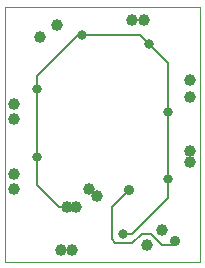
<source format=gbl>
G75*
%MOIN*%
%OFA0B0*%
%FSLAX24Y24*%
%IPPOS*%
%LPD*%
%AMOC8*
5,1,8,0,0,1.08239X$1,22.5*
%
%ADD10C,0.0000*%
%ADD11C,0.0397*%
%ADD12C,0.0060*%
%ADD13C,0.0317*%
%ADD14C,0.0356*%
D10*
X002392Y002517D02*
X002392Y011017D01*
X008892Y011017D01*
X008892Y002517D01*
X002392Y002517D01*
D11*
X004267Y002892D03*
X004642Y002892D03*
X004767Y004329D03*
X004454Y004329D03*
X005204Y004954D03*
X005454Y004704D03*
X007142Y003079D03*
X007642Y003579D03*
X008579Y005829D03*
X008579Y006204D03*
X008579Y008017D03*
X008579Y008579D03*
X007017Y010579D03*
X006642Y010579D03*
X004142Y010392D03*
X003579Y010017D03*
X002704Y007767D03*
X002704Y007267D03*
X002704Y005454D03*
X002704Y004954D03*
D12*
X003454Y005079D02*
X003454Y006017D01*
X003454Y008267D01*
X003454Y008704D01*
X004829Y010079D01*
X004954Y010079D01*
X006892Y010079D01*
X007204Y009767D01*
X007829Y009142D01*
X007829Y007517D01*
X007829Y005267D01*
X007829Y004642D01*
X006642Y003454D01*
X006329Y003454D01*
X006079Y003142D02*
X006642Y003142D01*
X006954Y003454D01*
X007267Y003454D01*
X007642Y003079D01*
X007954Y003079D01*
X008079Y003204D01*
X006517Y004892D02*
X005954Y004329D01*
X005954Y003267D01*
X006079Y003142D01*
X004454Y004329D02*
X004204Y004329D01*
X003454Y005079D01*
D13*
X003454Y006017D03*
X003454Y008267D03*
X004954Y010079D03*
X007204Y009767D03*
X007829Y007517D03*
X007829Y005267D03*
X006329Y003454D03*
D14*
X006517Y004892D03*
X008079Y003204D03*
M02*

</source>
